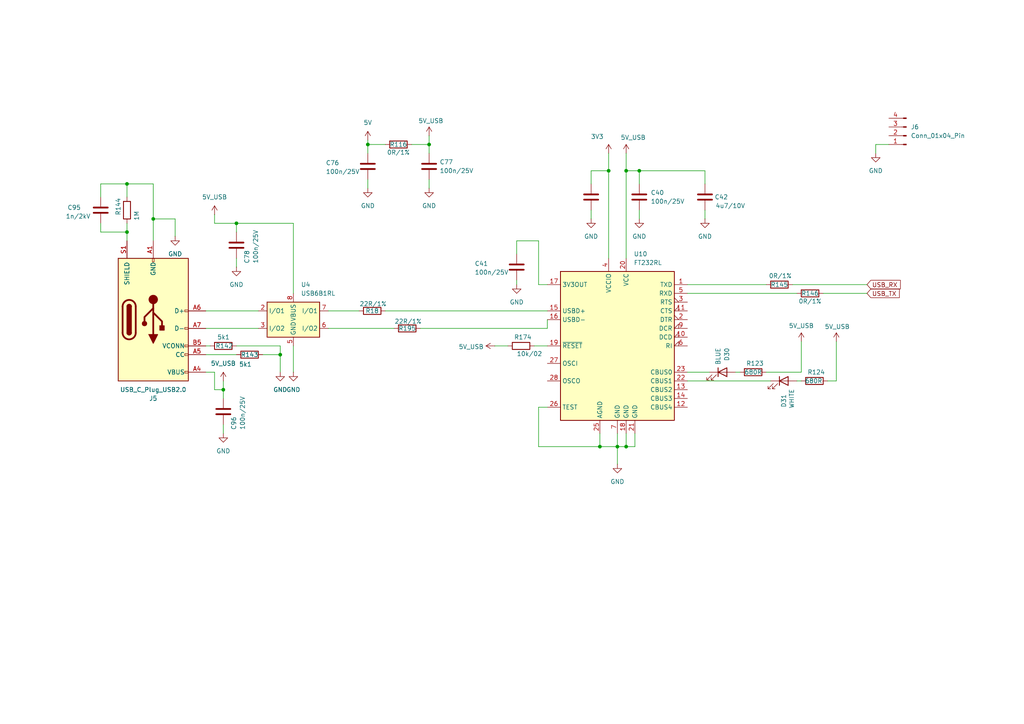
<source format=kicad_sch>
(kicad_sch (version 20250114) (generator "eeschema") (generator_version "9.0")
  (paper "A4")
  (lib_symbols
    (symbol "Connector:Conn_01x04_Pin" (pin_names (offset 1.016) (hide yes))
      (property "Reference" "J" (at 0 5.08 0))
      (property "Value" "Conn_01x04_Pin" (at 0 -7.62 0))
      (symbol "Conn_01x04_Pin_1_1"
        (rectangle (start 0.8636 2.667) (end 0 2.413) (stroke (width 0.1524)) (fill (type outline)))
        (rectangle (start 0.8636 0.127) (end 0 -0.127) (stroke (width 0.1524)) (fill (type outline)))
        (rectangle (start 0.8636 -2.413) (end 0 -2.667) (stroke (width 0.1524)) (fill (type outline)))
        (rectangle (start 0.8636 -4.953) (end 0 -5.207) (stroke (width 0.1524)) (fill (type outline)))
        (polyline (pts (xy 1.27 2.54) (xy 0.8636 2.54)) (stroke (width 0.1524)))
        (polyline (pts (xy 1.27 0) (xy 0.8636 0)) (stroke (width 0.1524)))
        (polyline (pts (xy 1.27 -2.54) (xy 0.8636 -2.54)) (stroke (width 0.1524)))
        (polyline (pts (xy 1.27 -5.08) (xy 0.8636 -5.08)) (stroke (width 0.1524)))
        (pin passive line (at 5.08 2.54 180) (length 3.81) (name "Pin_1") (number "1"))
        (pin passive line (at 5.08 0 180) (length 3.81) (name "Pin_2") (number "2"))
        (pin passive line (at 5.08 -2.54 180) (length 3.81) (name "Pin_3") (number "3"))
        (pin passive line (at 5.08 -5.08 180) (length 3.81) (name "Pin_4") (number "4"))
      )
    )
    (symbol "Connector:USB_C_Plug_USB2.0" (pin_names (offset 1.016))
      (property "Reference" "P" (at -10.16 19.05 0))
      (property "Value" "USB_C_Plug_USB2.0" (at 12.7 19.05 0))
      (symbol "USB_C_Plug_USB2.0_0_0"
        (rectangle (start -0.254 -17.78) (end 0.254 -16.764))
        (rectangle (start 10.16 15.494) (end 9.144 14.986))
        (rectangle (start 10.16 10.414) (end 9.144 9.906))
        (rectangle (start 10.16 7.874) (end 9.144 7.366))
        (rectangle (start 10.16 2.794) (end 9.144 2.286))
        (rectangle (start 10.16 -2.286) (end 9.144 -2.794))
      )
      (symbol "USB_C_Plug_USB2.0_0_1"
        (rectangle (start -10.16 17.78) (end 10.16 -17.78) (stroke (width 0.254)) (fill (type background)))
        (polyline (pts (xy -8.89 -3.81) (xy -8.89 3.81)) (stroke (width 0.508)))
        (rectangle (start -7.62 -3.81) (end -6.35 3.81) (stroke (width 0.254)) (fill (type outline)))
        (arc (start -7.62 3.81) (mid -6.985 4.4423) (end -6.35 3.81) (stroke (width 0.254)))
        (arc (start -7.62 3.81) (mid -6.985 4.4423) (end -6.35 3.81) (stroke (width 0.254)) (fill (type outline)))
        (arc (start -8.89 3.81) (mid -6.985 5.7067) (end -5.08 3.81) (stroke (width 0.508)))
        (arc (start -5.08 -3.81) (mid -6.985 -5.7067) (end -8.89 -3.81) (stroke (width 0.508)))
        (arc (start -6.35 -3.81) (mid -6.985 -4.4423) (end -7.62 -3.81) (stroke (width 0.254)))
        (arc (start -6.35 -3.81) (mid -6.985 -4.4423) (end -7.62 -3.81) (stroke (width 0.254)) (fill (type outline)))
        (polyline (pts (xy -5.08 3.81) (xy -5.08 -3.81)) (stroke (width 0.508)))
        (circle (center -2.54 1.143) (radius 0.635) (stroke (width 0.254)) (fill (type outline)))
        (polyline (pts (xy -1.27 4.318) (xy 0 6.858) (xy 1.27 4.318) (xy -1.27 4.318)) (stroke (width 0.254)) (fill (type outline)))
        (polyline (pts (xy 0 -2.032) (xy 2.54 0.508) (xy 2.54 1.778)) (stroke (width 0.508)))
        (polyline (pts (xy 0 -3.302) (xy -2.54 -0.762) (xy -2.54 0.508)) (stroke (width 0.508)))
        (polyline (pts (xy 0 -5.842) (xy 0 4.318)) (stroke (width 0.508)))
        (circle (center 0 -5.842) (radius 1.27) (fill (type outline)))
        (rectangle (start 1.905 1.778) (end 3.175 3.048) (stroke (width 0.254)) (fill (type outline)))
      )
      (symbol "USB_C_Plug_USB2.0_1_1"
        (pin passive line (at -7.62 -22.86 90) (length 5.08) (name "SHIELD") (number "S1"))
        (pin passive line (at 0 -22.86 90) (length 5.08) (name "GND") (number "A1"))
        (pin passive line (at 0 -22.86 90) (length 5.08) (hide yes) (name "GND") (number "A12"))
        (pin passive line (at 0 -22.86 90) (length 5.08) (hide yes) (name "GND") (number "B1"))
        (pin passive line (at 0 -22.86 90) (length 5.08) (hide yes) (name "GND") (number "B12"))
        (pin passive line (at 15.24 15.24 180) (length 5.08) (name "VBUS") (number "A4"))
        (pin passive line (at 15.24 15.24 180) (length 5.08) (hide yes) (name "VBUS") (number "A9"))
        (pin passive line (at 15.24 15.24 180) (length 5.08) (hide yes) (name "VBUS") (number "B4"))
        (pin passive line (at 15.24 15.24 180) (length 5.08) (hide yes) (name "VBUS") (number "B9"))
        (pin bidirectional line (at 15.24 10.16 180) (length 5.08) (name "CC") (number "A5"))
        (pin bidirectional line (at 15.24 7.62 180) (length 5.08) (name "VCONN") (number "B5"))
        (pin bidirectional line (at 15.24 2.54 180) (length 5.08) (name "D-") (number "A7"))
        (pin bidirectional line (at 15.24 -2.54 180) (length 5.08) (name "D+") (number "A6"))
      )
    )
    (symbol "Device:C" (pin_numbers (hide yes)) (pin_names (offset 0.254))
      (property "Reference" "C" (at 0.635 2.54 0))
      (property "Value" "C" (at 0.635 -2.54 0))
      (symbol "C_0_1"
        (polyline (pts (xy -2.032 0.762) (xy 2.032 0.762)) (stroke (width 0.508)))
        (polyline (pts (xy -2.032 -0.762) (xy 2.032 -0.762)) (stroke (width 0.508)))
      )
      (symbol "C_1_1"
        (pin passive line (at 0 3.81 270) (length 2.794) (name "~") (number "1"))
        (pin passive line (at 0 -3.81 90) (length 2.794) (name "~") (number "2"))
      )
    )
    (symbol "Device:LED" (pin_numbers (hide yes)) (pin_names (offset 1.016) (hide yes))
      (property "Reference" "D" (at 0 2.54 0))
      (property "Value" "LED" (at 0 -2.54 0))
      (symbol "LED_0_1"
        (polyline (pts (xy -3.048 -0.762) (xy -4.572 -2.286) (xy -3.81 -2.286) (xy -4.572 -2.286) (xy -4.572 -1.524)))
        (polyline (pts (xy -1.778 -0.762) (xy -3.302 -2.286) (xy -2.54 -2.286) (xy -3.302 -2.286) (xy -3.302 -1.524)))
        (polyline (pts (xy -1.27 0) (xy 1.27 0)))
        (polyline (pts (xy -1.27 -1.27) (xy -1.27 1.27)) (stroke (width 0.254)))
        (polyline (pts (xy 1.27 -1.27) (xy 1.27 1.27) (xy -1.27 0) (xy 1.27 -1.27)) (stroke (width 0.254)))
      )
      (symbol "LED_1_1"
        (pin passive line (at -3.81 0 0) (length 2.54) (name "K") (number "1"))
        (pin passive line (at 3.81 0 180) (length 2.54) (name "A") (number "2"))
      )
    )
    (symbol "Device:R" (pin_numbers (hide yes)) (pin_names (offset 0))
      (property "Reference" "R" (at 2.032 0 90))
      (property "Value" "R" (at 0 0 90))
      (symbol "R_0_1"
        (rectangle (start -1.016 -2.54) (end 1.016 2.54) (stroke (width 0.254)))
      )
      (symbol "R_1_1"
        (pin passive line (at 0 3.81 270) (length 1.27) (name "~") (number "1"))
        (pin passive line (at 0 -3.81 90) (length 1.27) (name "~") (number "2"))
      )
    )
    (symbol "Interface_USB:FT232RL"
      (property "Reference" "U" (at -16.51 22.86 0))
      (property "Value" "FT232RL" (at 10.16 22.86 0))
      (symbol "FT232RL_0_1"
        (rectangle (start -16.51 21.59) (end 16.51 -21.59) (stroke (width 0.254)) (fill (type background)))
      )
      (symbol "FT232RL_1_1"
        (pin power_out line (at -20.32 17.78 0) (length 3.81) (name "3V3OUT") (number "17"))
        (pin bidirectional line (at -20.32 10.16 0) (length 3.81) (name "USBD+") (number "15"))
        (pin bidirectional line (at -20.32 7.62 0) (length 3.81) (name "USBD-") (number "16"))
        (pin input line (at -20.32 0 0) (length 3.81) (name "~{RESET}") (number "19"))
        (pin input line (at -20.32 -5.08 0) (length 3.81) (name "OSCI") (number "27"))
        (pin output line (at -20.32 -10.16 0) (length 3.81) (name "OSCO") (number "28"))
        (pin input line (at -20.32 -17.78 0) (length 3.81) (name "TEST") (number "26"))
        (pin power_in line (at -5.08 -25.4 90) (length 3.81) (name "AGND") (number "25"))
        (pin power_in line (at -2.54 25.4 270) (length 3.81) (name "VCCIO") (number "4"))
        (pin power_in line (at 0 -25.4 90) (length 3.81) (name "GND") (number "7"))
        (pin power_in line (at 2.54 25.4 270) (length 3.81) (name "VCC") (number "20"))
        (pin power_in line (at 2.54 -25.4 90) (length 3.81) (name "GND") (number "18"))
        (pin power_in line (at 5.08 -25.4 90) (length 3.81) (name "GND") (number "21"))
        (pin output line (at 20.32 17.78 180) (length 3.81) (name "TXD") (number "1"))
        (pin input line (at 20.32 15.24 180) (length 3.81) (name "RXD") (number "5"))
        (pin output output_low (at 20.32 12.7 180) (length 3.81) (name "RTS") (number "3"))
        (pin input input_low (at 20.32 10.16 180) (length 3.81) (name "CTS") (number "11"))
        (pin output output_low (at 20.32 7.62 180) (length 3.81) (name "DTR") (number "2"))
        (pin input input_low (at 20.32 5.08 180) (length 3.81) (name "DCR") (number "9"))
        (pin input input_low (at 20.32 2.54 180) (length 3.81) (name "DCD") (number "10"))
        (pin input input_low (at 20.32 0 180) (length 3.81) (name "RI") (number "6"))
        (pin bidirectional line (at 20.32 -7.62 180) (length 3.81) (name "CBUS0") (number "23"))
        (pin bidirectional line (at 20.32 -10.16 180) (length 3.81) (name "CBUS1") (number "22"))
        (pin bidirectional line (at 20.32 -12.7 180) (length 3.81) (name "CBUS2") (number "13"))
        (pin bidirectional line (at 20.32 -15.24 180) (length 3.81) (name "CBUS3") (number "14"))
        (pin bidirectional line (at 20.32 -17.78 180) (length 3.81) (name "CBUS4") (number "12"))
      )
    )
    (symbol "Power_Protection:USB6B1"
      (property "Reference" "U" (at 6.35 6.35 0))
      (property "Value" "USB6B1" (at 5.08 -6.35 0))
      (symbol "USB6B1_0_1"
        (rectangle (start -7.62 -5.08) (end 7.62 5.08) (stroke (width 0.254)) (fill (type background)))
      )
      (symbol "USB6B1_1_1"
        (pin passive line (at -10.16 2.54 0) (length 2.54) (name "I/O1") (number "2"))
        (pin passive line (at -10.16 -2.54 0) (length 2.54) (name "I/O2") (number "3"))
        (pin passive line (at 0 7.62 270) (length 2.54) (hide yes) (name "VBUS") (number "1"))
        (pin passive line (at 0 7.62 270) (length 2.54) (name "VBUS") (number "8"))
        (pin passive line (at 0 -7.62 90) (length 2.54) (hide yes) (name "GND") (number "4"))
        (pin passive line (at 0 -7.62 90) (length 2.54) (name "GND") (number "5"))
        (pin passive line (at 10.16 2.54 180) (length 2.54) (name "I/O1") (number "7"))
        (pin passive line (at 10.16 -2.54 180) (length 2.54) (name "I/O2") (number "6"))
      )
    )
    (symbol "power:GND" (power) (pin_numbers (hide yes)) (pin_names (offset 0) (hide yes))
      (property "Value" "GND" (at 0 -3.81 0))
      (symbol "GND_0_1"
        (polyline (pts (xy 0 0) (xy 0 -1.27) (xy 1.27 -1.27) (xy 0 -2.54) (xy -1.27 -1.27) (xy 0 -1.27)))
      )
      (symbol "GND_1_1"
        (pin power_in line (at 0 0 270) (length 0) (name "~") (number "1"))
      )
    )
    (symbol "power:VCC" (power) (pin_numbers (hide yes)) (pin_names (offset 0) (hide yes))
      (property "Value" "VCC" (at 0 3.556 0))
      (symbol "VCC_0_1"
        (polyline (pts (xy -0.762 1.27) (xy 0 2.54)))
        (polyline (pts (xy 0 2.54) (xy 0.762 1.27)))
        (polyline (pts (xy 0 0) (xy 0 2.54)))
      )
      (symbol "VCC_1_1"
        (pin power_in line (at 0 0 90) (length 0) (name "~") (number "1"))
      )
    )
  )
  (junction (at 81.28 102.87))
  (junction (at 44.45 63.5))
  (junction (at 106.68 41.91))
  (junction (at 173.99 129.54))
  (junction (at 185.42 49.53))
  (junction (at 68.58 64.77))
  (junction (at 36.83 53.34))
  (junction (at 181.61 49.53))
  (junction (at 179.07 129.54))
  (junction (at 124.46 41.91))
  (junction (at 36.83 67.31))
  (junction (at 64.77 113.03))
  (junction (at 181.61 129.54))
  (junction (at 176.53 49.53))
  (wire (pts (xy 242.57 110.49) (xy 242.57 99.06)))
  (wire (pts (xy 124.46 52.07) (xy 124.46 54.61)))
  (wire (pts (xy 50.8 63.5) (xy 50.8 68.58)))
  (wire (pts (xy 222.25 107.95) (xy 232.41 107.95)))
  (wire (pts (xy 240.03 110.49) (xy 242.57 110.49)))
  (wire (pts (xy 62.23 64.77) (xy 68.58 64.77)))
  (wire (pts (xy 143.51 100.33) (xy 147.32 100.33)))
  (wire (pts (xy 81.28 100.33) (xy 81.28 102.87)))
  (wire (pts (xy 173.99 125.73) (xy 173.99 129.54)))
  (wire (pts (xy 199.39 107.95) (xy 205.74 107.95)))
  (wire (pts (xy 156.21 69.85) (xy 149.86 69.85)))
  (wire (pts (xy 29.21 57.15) (xy 29.21 53.34)))
  (wire (pts (xy 176.53 44.45) (xy 176.53 49.53)))
  (wire (pts (xy 76.2 102.87) (xy 81.28 102.87)))
  (wire (pts (xy 36.83 64.77) (xy 36.83 67.31)))
  (wire (pts (xy 179.07 129.54) (xy 181.61 129.54)))
  (wire (pts (xy 204.47 53.34) (xy 204.47 49.53)))
  (wire (pts (xy 181.61 129.54) (xy 184.15 129.54)))
  (wire (pts (xy 254 41.91) (xy 254 44.45)))
  (wire (pts (xy 62.23 62.23) (xy 62.23 64.77)))
  (wire (pts (xy 59.69 95.25) (xy 74.93 95.25)))
  (wire (pts (xy 214.63 107.95) (xy 213.36 107.95)))
  (wire (pts (xy 29.21 67.31) (xy 36.83 67.31)))
  (wire (pts (xy 176.53 74.93) (xy 176.53 49.53)))
  (wire (pts (xy 119.38 41.91) (xy 124.46 41.91)))
  (wire (pts (xy 232.41 99.06) (xy 232.41 107.95)))
  (wire (pts (xy 171.45 60.96) (xy 171.45 63.5)))
  (wire (pts (xy 124.46 41.91) (xy 124.46 44.45)))
  (wire (pts (xy 229.87 82.55) (xy 251.46 82.55)))
  (wire (pts (xy 59.69 107.95) (xy 62.23 107.95)))
  (wire (pts (xy 29.21 53.34) (xy 36.83 53.34)))
  (wire (pts (xy 85.09 64.77) (xy 68.58 64.77)))
  (wire (pts (xy 81.28 102.87) (xy 81.28 107.95)))
  (wire (pts (xy 29.21 64.77) (xy 29.21 67.31)))
  (wire (pts (xy 158.75 82.55) (xy 156.21 82.55)))
  (wire (pts (xy 59.69 102.87) (xy 68.58 102.87)))
  (wire (pts (xy 64.77 123.19) (xy 64.77 125.73)))
  (wire (pts (xy 156.21 129.54) (xy 173.99 129.54)))
  (wire (pts (xy 176.53 49.53) (xy 171.45 49.53)))
  (wire (pts (xy 59.69 100.33) (xy 60.96 100.33)))
  (wire (pts (xy 199.39 85.09) (xy 231.14 85.09)))
  (wire (pts (xy 179.07 125.73) (xy 179.07 129.54)))
  (wire (pts (xy 68.58 100.33) (xy 81.28 100.33)))
  (wire (pts (xy 111.76 41.91) (xy 106.68 41.91)))
  (wire (pts (xy 36.83 53.34) (xy 44.45 53.34)))
  (wire (pts (xy 44.45 69.85) (xy 44.45 63.5)))
  (wire (pts (xy 121.92 95.25) (xy 158.75 95.25)))
  (wire (pts (xy 68.58 74.93) (xy 68.58 77.47)))
  (wire (pts (xy 199.39 82.55) (xy 222.25 82.55)))
  (wire (pts (xy 199.39 110.49) (xy 223.52 110.49)))
  (wire (pts (xy 171.45 49.53) (xy 171.45 53.34)))
  (wire (pts (xy 95.25 95.25) (xy 114.3 95.25)))
  (wire (pts (xy 173.99 129.54) (xy 179.07 129.54)))
  (wire (pts (xy 156.21 82.55) (xy 156.21 69.85)))
  (wire (pts (xy 181.61 44.45) (xy 181.61 49.53)))
  (wire (pts (xy 85.09 100.33) (xy 85.09 107.95)))
  (wire (pts (xy 179.07 129.54) (xy 179.07 134.62)))
  (wire (pts (xy 106.68 52.07) (xy 106.68 54.61)))
  (wire (pts (xy 204.47 49.53) (xy 185.42 49.53)))
  (wire (pts (xy 204.47 60.96) (xy 204.47 63.5)))
  (wire (pts (xy 44.45 53.34) (xy 44.45 63.5)))
  (wire (pts (xy 106.68 40.64) (xy 106.68 41.91)))
  (wire (pts (xy 149.86 82.55) (xy 149.86 81.28)))
  (wire (pts (xy 185.42 49.53) (xy 185.42 53.34)))
  (wire (pts (xy 232.41 110.49) (xy 231.14 110.49)))
  (wire (pts (xy 44.45 63.5) (xy 50.8 63.5)))
  (wire (pts (xy 68.58 64.77) (xy 68.58 67.31)))
  (wire (pts (xy 149.86 69.85) (xy 149.86 73.66)))
  (wire (pts (xy 185.42 60.96) (xy 185.42 63.5)))
  (wire (pts (xy 158.75 118.11) (xy 156.21 118.11)))
  (wire (pts (xy 181.61 49.53) (xy 185.42 49.53)))
  (wire (pts (xy 124.46 39.37) (xy 124.46 41.91)))
  (wire (pts (xy 154.94 100.33) (xy 158.75 100.33)))
  (wire (pts (xy 59.69 90.17) (xy 74.93 90.17)))
  (wire (pts (xy 62.23 113.03) (xy 64.77 113.03)))
  (wire (pts (xy 85.09 85.09) (xy 85.09 64.77)))
  (wire (pts (xy 36.83 67.31) (xy 36.83 69.85)))
  (wire (pts (xy 64.77 113.03) (xy 64.77 115.57)))
  (wire (pts (xy 95.25 90.17) (xy 104.14 90.17)))
  (wire (pts (xy 181.61 125.73) (xy 181.61 129.54)))
  (wire (pts (xy 106.68 41.91) (xy 106.68 44.45)))
  (wire (pts (xy 238.76 85.09) (xy 251.46 85.09)))
  (wire (pts (xy 184.15 129.54) (xy 184.15 125.73)))
  (wire (pts (xy 158.75 95.25) (xy 158.75 92.71)))
  (wire (pts (xy 181.61 74.93) (xy 181.61 49.53)))
  (wire (pts (xy 111.76 90.17) (xy 158.75 90.17)))
  (wire (pts (xy 36.83 53.34) (xy 36.83 57.15)))
  (wire (pts (xy 156.21 118.11) (xy 156.21 129.54)))
  (wire (pts (xy 64.77 110.49) (xy 64.77 113.03)))
  (wire (pts (xy 62.23 107.95) (xy 62.23 113.03)))
  (wire (pts (xy 257.81 41.91) (xy 254 41.91)))
  (global_label "USB_TX" (shape input) (at 251.46 85.09 0) (property "Intersheetrefs" "${INTERSHEET_REFS}" (effects (hide yes))))
  (global_label "USB_RX" (shape input) (at 251.46 82.55 0) (property "Intersheetrefs" "${INTERSHEET_REFS}" (effects (hide yes))))
  (symbol (lib_id "Device:R") (at 115.57 41.91 90) (unit 1)
    (property "Reference" "R116" (at 115.57 41.91 90))
    (property "Value" "0R/1%" (at 115.57 44.196 90))
    (property "Footprint" "Resistor_SMD:R_0603_1608Metric" (effects (hide yes)))
    (property "Description" "Resistor" (effects (hide yes)))
    (property "JLC_PN" "C21189" (effects (hide yes)))
    (instances (project "HilBox" (path "" (reference "R116") (unit 1)) (path "" (reference "R19") (unit 1))))
  )
  (symbol (lib_id "Device:C") (at 124.46 48.26 0) (unit 1)
    (property "Reference" "C77" (at 127.508 46.99 0) (effects (justify left)))
    (property "Value" "100n/25V" (at 127.508 49.53 0) (effects (justify left)))
    (property "Footprint" "Capacitor_SMD:C_0402_1005Metric" (effects (hide yes)))
    (property "Description" "Unpolarized capacitor" (effects (hide yes)))
    (property "JLC_PN" "C77014" (effects (hide yes)))
    (instances (project "HilBox" (path "" (reference "C77") (unit 1)) (path "" (reference "C17") (unit 1))))
  )
  (symbol (lib_id "Device:R") (at 234.95 85.09 90) (unit 1)
    (property "Reference" "R146" (at 234.95 85.09 90))
    (property "Value" "0R/1%" (at 234.95 87.376 90))
    (property "Footprint" "Resistor_SMD:R_0603_1608Metric" (effects (hide yes)))
    (property "Description" "Resistor" (effects (hide yes)))
    (property "JLC_PN" "C21189" (effects (hide yes)))
    (instances (project "HilBox" (path "" (reference "R146") (unit 1)) (path "" (reference "R24") (unit 1))))
  )
  (symbol (lib_id "Device:C") (at 64.77 119.38 0) (unit 1)
    (property "Reference" "C96" (at 67.818 124.714 90) (effects (justify left)))
    (property "Value" "100n/25V" (at 70.358 124.714 90) (effects (justify left)))
    (property "Footprint" "Capacitor_SMD:C_0402_1005Metric" (effects (hide yes)))
    (property "Description" "Unpolarized capacitor" (effects (hide yes)))
    (property "JLC_PN" "C77014" (effects (hide yes)))
    (instances (project "HilBox" (path "" (reference "C96") (unit 1)) (path "" (reference "C14") (unit 1))))
  )
  (symbol (lib_id "Device:LED") (at 209.55 107.95 0) (unit 1)
    (property "Reference" "D30" (at 210.82 100.838 90) (effects (justify right)))
    (property "Value" "BLUE" (at 208.28 100.838 90) (effects (justify right)))
    (property "Footprint" "LED_SMD:LED_0603_1608Metric" (effects (hide yes)))
    (property "Description" "Light emitting diode" (effects (hide yes)))
    (property "JLC_PN" "C2288" (effects (hide yes)))
    (instances (project "HilBox" (path "" (reference "D30") (unit 1)) (path "" (reference "D5") (unit 1))))
  )
  (symbol (lib_id "power:VCC") (at 232.41 99.06 0) (unit 1)
    (property "Reference" "#PWR0220" (effects (hide yes)))
    (property "Value" "5V_USB" (at 232.41 94.488 0))
    (property "Description" "Power symbol creates a global label with name \"VCC\"" (effects (hide yes)))
    (instances (project "HilBox" (path "" (reference "#PWR0220") (unit 1)) (path "" (reference "#PWR060") (unit 1))))
  )
  (symbol (lib_id "power:VCC") (at 181.61 44.45 0) (unit 1)
    (property "Reference" "#PWR0149" (effects (hide yes)))
    (property "Value" "5V_USB" (at 183.642 39.878 0))
    (property "Description" "Power symbol creates a global label with name \"VCC\"" (effects (hide yes)))
    (instances (project "HilBox" (path "" (reference "#PWR0149") (unit 1)) (path "" (reference "#PWR057") (unit 1))))
  )
  (symbol (lib_id "Device:C") (at 185.42 57.15 0) (unit 1)
    (property "Reference" "C40" (at 188.722 55.88 0) (effects (justify left)))
    (property "Value" "100n/25V" (at 188.722 58.42 0) (effects (justify left)))
    (property "Footprint" "Capacitor_SMD:C_0402_1005Metric" (effects (hide yes)))
    (property "Description" "Unpolarized capacitor" (effects (hide yes)))
    (property "JLC_PN" "C77014" (effects (hide yes)))
    (instances (project "HilBox" (path "" (reference "C40") (unit 1)) (path "" (reference "C20") (unit 1))))
  )
  (symbol (lib_id "Device:R") (at 118.11 95.25 90) (unit 1)
    (property "Reference" "R195" (at 118.11 95.25 90))
    (property "Value" "22R/1%" (at 118.364 93.218 90))
    (property "Footprint" "Resistor_SMD:R_0402_1005Metric" (effects (hide yes)))
    (property "Description" "Resistor" (effects (hide yes)))
    (property "JLC_PN" "C25092" (effects (hide yes)))
    (instances (project "HilBox" (path "" (reference "R195") (unit 1)) (path "" (reference "R20") (unit 1))))
  )
  (symbol (lib_id "Device:R") (at 151.13 100.33 270) (unit 1)
    (property "Reference" "R174" (at 149.098 97.79 90) (effects (justify left)))
    (property "Value" "10k/02" (at 149.86 102.616 90) (effects (justify left)))
    (property "Footprint" "Resistor_SMD:R_0402_1005Metric" (effects (hide yes)))
    (property "Description" "Resistor" (effects (hide yes)))
    (property "JLC_PN" "C25531" (effects (hide yes)))
    (instances (project "HilBox" (path "" (reference "R174") (unit 1)) (path "" (reference "R21") (unit 1))))
  )
  (symbol (lib_id "Device:C") (at 171.45 57.15 0) (unit 1)
    (property "Reference" "C39" (effects (hide yes)))
    (property "Value" "100n/25V" (effects (hide yes)))
    (property "Footprint" "Capacitor_SMD:C_0402_1005Metric" (effects (hide yes)))
    (property "Description" "Unpolarized capacitor" (effects (hide yes)))
    (property "JLC_PN" "C77014" (effects (hide yes)))
    (instances (project "HilBox" (path "" (reference "C39") (unit 1)) (path "" (reference "C19") (unit 1))))
  )
  (symbol (lib_id "Interface_USB:FT232RL") (at 179.07 100.33 0) (unit 1)
    (property "Reference" "U10" (at 183.8041 73.66 0) (effects (justify left)))
    (property "Value" "FT232RL" (at 183.8041 76.2 0) (effects (justify left)))
    (property "Footprint" "Package_SO:SSOP-28_5.3x10.2mm_P0.65mm" (effects (hide yes)))
    (property "Datasheet" "https://www.ftdichip.com/Support/Documents/DataSheets/ICs/DS_FT232R.pdf" (effects (hide yes)))
    (property "Description" "USB to Serial Interface, SSOP-28" (effects (hide yes)))
    (property "JLC_PN" "C5246810" (effects (hide yes)))
  )
  (symbol (lib_id "power:GND") (at 124.46 54.61 0) (unit 1)
    (property "Reference" "#PWR0219" (effects (hide yes)))
    (property "Value" "GND" (at 124.46 59.69 0))
    (property "Description" "Power symbol creates a global label with name \"GND\" , ground" (effects (hide yes)))
    (instances (project "HilBox" (path "" (reference "#PWR0219") (unit 1)) (path "" (reference "#PWR051") (unit 1))))
  )
  (symbol (lib_id "Device:R") (at 64.77 100.33 270) (unit 1)
    (property "Reference" "R142" (at 62.484 100.33 90) (effects (justify left)))
    (property "Value" "5k1" (at 62.992 97.79 90) (effects (justify left)))
    (property "Footprint" "Resistor_SMD:R_0603_1608Metric" (effects (hide yes)))
    (property "Description" "Resistor" (effects (hide yes)))
    (property "JLC_PN" "C23162" (effects (hide yes)))
    (instances (project "HilBox" (path "" (reference "R142") (unit 1)) (path "" (reference "R16") (unit 1))))
  )
  (symbol (lib_id "Device:R") (at 236.22 110.49 270) (unit 1)
    (property "Reference" "R124" (at 234.188 107.95 90) (effects (justify left)))
    (property "Value" "680R" (at 233.426 110.49 90) (effects (justify left)))
    (property "Footprint" "Resistor_SMD:R_0603_1608Metric" (effects (hide yes)))
    (property "Description" "Resistor" (effects (hide yes)))
    (property "JLC_PN" "C25177" (effects (hide yes)))
    (instances (project "HilBox" (path "" (reference "R124") (unit 1)) (path "" (reference "R25") (unit 1))))
  )
  (symbol (lib_id "power:GND") (at 171.45 63.5 0) (unit 1)
    (property "Reference" "#PWR0146" (effects (hide yes)))
    (property "Value" "GND" (at 171.45 68.58 0))
    (property "Description" "Power symbol creates a global label with name \"GND\" , ground" (effects (hide yes)))
    (instances (project "HilBox" (path "" (reference "#PWR0146") (unit 1)) (path "" (reference "#PWR054") (unit 1))))
  )
  (symbol (lib_id "Device:C") (at 68.58 71.12 0) (unit 1)
    (property "Reference" "C78" (at 71.628 76.454 90) (effects (justify left)))
    (property "Value" "100n/25V" (at 74.168 76.454 90) (effects (justify left)))
    (property "Footprint" "Capacitor_SMD:C_0402_1005Metric" (effects (hide yes)))
    (property "Description" "Unpolarized capacitor" (effects (hide yes)))
    (property "JLC_PN" "C77014" (effects (hide yes)))
    (instances (project "HilBox" (path "" (reference "C78") (unit 1)) (path "" (reference "C15") (unit 1))))
  )
  (symbol (lib_id "Power_Protection:USB6B1") (at 85.09 92.71 0) (unit 1)
    (property "Reference" "U4" (at 87.2841 82.55 0) (effects (justify left)))
    (property "Value" "USB6B1RL" (at 87.2841 85.09 0) (effects (justify left)))
    (property "Footprint" "Package_SO:SOIC-8_3.9x4.9mm_P1.27mm" (effects (hide yes)))
    (property "Datasheet" "http://www.st.com/content/ccc/resource/technical/document/datasheet/3e/ec/b2/54/b2/76/47/90/CD00001361.pdf/files/CD00001361.pdf/jcr:content/translations/en.CD00001361.pdf" (effects (hide yes)))
    (property "Description" "5V Data line protection" (effects (hide yes)))
  )
  (symbol (lib_id "power:VCC") (at 176.53 44.45 0) (unit 1)
    (property "Reference" "#PWR0148" (effects (hide yes)))
    (property "Value" "3V3" (at 173.228 39.624 0))
    (property "Description" "Power symbol creates a global label with name \"VCC\"" (effects (hide yes)))
    (instances (project "HilBox" (path "" (reference "#PWR0148") (unit 1)) (path "" (reference "#PWR055") (unit 1))))
  )
  (symbol (lib_id "Device:R") (at 36.83 60.96 0) (unit 1)
    (property "Reference" "R144" (at 34.29 62.484 90) (effects (justify left)))
    (property "Value" "1M" (at 39.624 64.008 90) (effects (justify left)))
    (property "Footprint" "Resistor_SMD:R_0603_1608Metric" (effects (hide yes)))
    (property "Description" "Resistor" (effects (hide yes)))
    (property "JLC_PN" "C22935" (effects (hide yes)))
    (instances (project "HilBox" (path "" (reference "R144") (unit 1)) (path "" (reference "R15") (unit 1))))
  )
  (symbol (lib_id "power:GND") (at 185.42 63.5 0) (unit 1)
    (property "Reference" "#PWR0147" (effects (hide yes)))
    (property "Value" "GND" (at 185.42 68.58 0))
    (property "Description" "Power symbol creates a global label with name \"GND\" , ground" (effects (hide yes)))
    (instances (project "HilBox" (path "" (reference "#PWR0147") (unit 1)) (path "" (reference "#PWR058") (unit 1))))
  )
  (symbol (lib_id "power:VCC") (at 143.51 100.33 90) (unit 1)
    (property "Reference" "#PWR0303" (effects (hide yes)))
    (property "Value" "5V_USB" (at 136.652 100.584 90))
    (property "Description" "Power symbol creates a global label with name \"VCC\"" (effects (hide yes)))
    (instances (project "HilBox" (path "" (reference "#PWR0303") (unit 1)) (path "" (reference "#PWR052") (unit 1))))
  )
  (symbol (lib_id "Connector:Conn_01x04_Pin") (at 262.89 39.37 180) (unit 1)
    (property "Reference" "J6" (at 264.16 36.8299 0) (effects (justify right)))
    (property "Value" "Conn_01x04_Pin" (at 264.16 39.3699 0) (effects (justify right)))
    (property "Description" "Generic connector, single row, 01x04, script generated" (effects (hide yes)))
    (instances (project "" (path "" (reference "J6") (unit 1)) (path "" (reference "J7") (unit 1))))
  )
  (symbol (lib_id "power:VCC") (at 106.68 40.64 0) (unit 1)
    (property "Reference" "#PWR0218" (effects (hide yes)))
    (property "Value" "5V" (at 106.68 35.56 0))
    (property "Description" "Power symbol creates a global label with name \"VCC\"" (effects (hide yes)))
    (instances (project "HilBox" (path "" (reference "#PWR0218") (unit 1)) (path "" (reference "#PWR048") (unit 1))))
  )
  (symbol (lib_id "power:GND") (at 50.8 68.58 0) (unit 1)
    (property "Reference" "#PWR0151" (effects (hide yes)))
    (property "Value" "GND" (at 50.8 73.66 0))
    (property "Description" "Power symbol creates a global label with name \"GND\" , ground" (effects (hide yes)))
    (instances (project "HilBox" (path "" (reference "#PWR0151") (unit 1)) (path "" (reference "#PWR01") (unit 1))))
  )
  (symbol (lib_id "power:GND") (at 64.77 125.73 0) (unit 1)
    (property "Reference" "#PWR0270" (effects (hide yes)))
    (property "Value" "GND" (at 64.77 130.81 0))
    (property "Description" "Power symbol creates a global label with name \"GND\" , ground" (effects (hide yes)))
    (instances (project "HilBox" (path "" (reference "#PWR0270") (unit 1)) (path "" (reference "#PWR044") (unit 1))))
  )
  (symbol (lib_id "power:GND") (at 254 44.45 0) (unit 1)
    (property "Reference" "#PWR062" (effects (hide yes)))
    (property "Value" "GND" (at 254 49.53 0))
    (property "Description" "Power symbol creates a global label with name \"GND\" , ground" (effects (hide yes)))
    (instances (project "HilBox" (path "" (reference "#PWR062") (unit 1)) (path "" (reference "#PWR063") (unit 1))))
  )
  (symbol (lib_id "Device:R") (at 107.95 90.17 90) (unit 1)
    (property "Reference" "R18" (at 107.95 90.17 90))
    (property "Value" "22R/1%" (at 108.204 88.138 90))
    (property "Footprint" "Resistor_SMD:R_0402_1005Metric" (effects (hide yes)))
    (property "Description" "Resistor" (effects (hide yes)))
    (property "JLC_PN" "C25092" (effects (hide yes)))
  )
  (symbol (lib_id "Device:R") (at 226.06 82.55 90) (unit 1)
    (property "Reference" "R145" (at 226.06 82.55 90))
    (property "Value" "0R/1%" (at 226.314 80.01 90))
    (property "Footprint" "Resistor_SMD:R_0603_1608Metric" (effects (hide yes)))
    (property "Description" "Resistor" (effects (hide yes)))
    (property "JLC_PN" "C21189" (effects (hide yes)))
    (instances (project "HilBox" (path "" (reference "R145") (unit 1)) (path "" (reference "R23") (unit 1))))
  )
  (symbol (lib_id "Device:R") (at 218.44 107.95 270) (unit 1)
    (property "Reference" "R123" (at 216.408 105.41 90) (effects (justify left)))
    (property "Value" "680R" (at 215.9 107.95 90) (effects (justify left)))
    (property "Footprint" "Resistor_SMD:R_0603_1608Metric" (effects (hide yes)))
    (property "Description" "Resistor" (effects (hide yes)))
    (property "JLC_PN" "C25177" (effects (hide yes)))
    (instances (project "HilBox" (path "" (reference "R123") (unit 1)) (path "" (reference "R22") (unit 1))))
  )
  (symbol (lib_id "power:GND") (at 81.28 107.95 0) (unit 1)
    (property "Reference" "#PWR0271" (effects (hide yes)))
    (property "Value" "GND" (at 81.28 113.03 0))
    (property "Description" "Power symbol creates a global label with name \"GND\" , ground" (effects (hide yes)))
    (instances (project "HilBox" (path "" (reference "#PWR0271") (unit 1)) (path "" (reference "#PWR046") (unit 1))))
  )
  (symbol (lib_id "power:GND") (at 68.58 77.47 0) (unit 1)
    (property "Reference" "#PWR0222" (effects (hide yes)))
    (property "Value" "GND" (at 68.58 82.55 0))
    (property "Description" "Power symbol creates a global label with name \"GND\" , ground" (effects (hide yes)))
    (instances (project "HilBox" (path "" (reference "#PWR0222") (unit 1)) (path "" (reference "#PWR045") (unit 1))))
  )
  (symbol (lib_id "Device:R") (at 72.39 102.87 270) (unit 1)
    (property "Reference" "R143" (at 69.85 102.87 90) (effects (justify left)))
    (property "Value" "5k1" (at 69.342 105.664 90) (effects (justify left)))
    (property "Footprint" "Resistor_SMD:R_0603_1608Metric" (effects (hide yes)))
    (property "Description" "Resistor" (effects (hide yes)))
    (property "JLC_PN" "C23162" (effects (hide yes)))
    (instances (project "HilBox" (path "" (reference "R143") (unit 1)) (path "" (reference "R17") (unit 1))))
  )
  (symbol (lib_id "Device:LED") (at 227.33 110.49 0) (unit 1)
    (property "Reference" "D31" (at 227.33 114.3 90) (effects (justify right)))
    (property "Value" "WHITE" (at 229.616 112.776 90) (effects (justify right)))
    (property "Footprint" "LED_SMD:LED_0603_1608Metric" (effects (hide yes)))
    (property "Description" "Light emitting diode" (effects (hide yes)))
    (property "JLC_PN" " C2290" (effects (hide yes)))
    (instances (project "HilBox" (path "" (reference "D31") (unit 1)) (path "" (reference "D6") (unit 1))))
  )
  (symbol (lib_id "power:GND") (at 106.68 54.61 0) (unit 1)
    (property "Reference" "#PWR0217" (effects (hide yes)))
    (property "Value" "GND" (at 106.68 59.69 0))
    (property "Description" "Power symbol creates a global label with name \"GND\" , ground" (effects (hide yes)))
    (instances (project "HilBox" (path "" (reference "#PWR0217") (unit 1)) (path "" (reference "#PWR049") (unit 1))))
  )
  (symbol (lib_id "power:VCC") (at 64.77 110.49 0) (unit 1)
    (property "Reference" "#PWR0269" (effects (hide yes)))
    (property "Value" "5V_USB" (at 64.77 105.41 0))
    (property "Description" "Power symbol creates a global label with name \"VCC\"" (effects (hide yes)))
    (instances (project "HilBox" (path "" (reference "#PWR0269") (unit 1)) (path "" (reference "#PWR043") (unit 1))))
  )
  (symbol (lib_id "power:GND") (at 85.09 107.95 0) (unit 1)
    (property "Reference" "#PWR0216" (effects (hide yes)))
    (property "Value" "GND" (at 85.09 113.03 0))
    (property "Description" "Power symbol creates a global label with name \"GND\" , ground" (effects (hide yes)))
    (instances (project "HilBox" (path "" (reference "#PWR0216") (unit 1)) (path "" (reference "#PWR047") (unit 1))))
  )
  (symbol (lib_id "Device:C") (at 204.47 57.15 0) (unit 1)
    (property "Reference" "C42" (at 207.264 57.15 0) (effects (justify left)))
    (property "Value" "4u7/10V" (at 207.518 59.69 0) (effects (justify left)))
    (property "Footprint" "Capacitor_SMD:C_0402_1005Metric" (effects (hide yes)))
    (property "Description" "Unpolarized capacitor" (effects (hide yes)))
    (property "JLC_PN" "C23733 " (effects (hide yes)))
    (instances (project "HilBox" (path "" (reference "C42") (unit 1)) (path "" (reference "C21") (unit 1))))
  )
  (symbol (lib_id "Device:C") (at 149.86 77.47 0) (unit 1)
    (property "Reference" "C41" (at 137.668 76.454 0) (effects (justify left)))
    (property "Value" "100n/25V" (at 137.668 78.994 0) (effects (justify left)))
    (property "Footprint" "Capacitor_SMD:C_0402_1005Metric" (effects (hide yes)))
    (property "Description" "Unpolarized capacitor" (effects (hide yes)))
    (property "JLC_PN" "C77014" (effects (hide yes)))
    (instances (project "HilBox" (path "" (reference "C41") (unit 1)) (path "" (reference "C18") (unit 1))))
  )
  (symbol (lib_id "Device:C") (at 29.21 60.96 0) (unit 1)
    (property "Reference" "C95" (at 19.558 60.198 0) (effects (justify left)))
    (property "Value" "1n/2kV" (at 19.05 62.738 0) (effects (justify left)))
    (property "Footprint" "Capacitor_SMD:C_1206_3216Metric" (effects (hide yes)))
    (property "Description" "Unpolarized capacitor" (effects (hide yes)))
    (property "JLC_PN" "C23631" (effects (hide yes)))
    (instances (project "HilBox" (path "" (reference "C95") (unit 1)) (path "" (reference "C13") (unit 1))))
  )
  (symbol (lib_id "power:VCC") (at 242.57 99.06 0) (unit 1)
    (property "Reference" "#PWR0244" (effects (hide yes)))
    (property "Value" "5V_USB" (at 242.824 94.742 0))
    (property "Description" "Power symbol creates a global label with name \"VCC\"" (effects (hide yes)))
    (instances (project "HilBox" (path "" (reference "#PWR0244") (unit 1)) (path "" (reference "#PWR061") (unit 1))))
  )
  (symbol (lib_id "Device:C") (at 106.68 48.26 0) (unit 1)
    (property "Reference" "C76" (at 94.488 47.244 0) (effects (justify left)))
    (property "Value" "100n/25V" (at 94.488 49.784 0) (effects (justify left)))
    (property "Footprint" "Capacitor_SMD:C_0402_1005Metric" (effects (hide yes)))
    (property "Description" "Unpolarized capacitor" (effects (hide yes)))
    (property "JLC_PN" "C77014" (effects (hide yes)))
    (instances (project "HilBox" (path "" (reference "C76") (unit 1)) (path "" (reference "C16") (unit 1))))
  )
  (symbol (lib_id "power:VCC") (at 62.23 62.23 0) (unit 1)
    (property "Reference" "#PWR0221" (effects (hide yes)))
    (property "Value" "5V_USB" (at 62.23 57.15 0))
    (property "Description" "Power symbol creates a global label with name \"VCC\"" (effects (hide yes)))
    (instances (project "HilBox" (path "" (reference "#PWR0221") (unit 1)) (path "" (reference "#PWR02") (unit 1))))
  )
  (symbol (lib_id "power:GND") (at 204.47 63.5 0) (unit 1)
    (property "Reference" "#PWR0152" (effects (hide yes)))
    (property "Value" "GND" (at 204.47 68.58 0))
    (property "Description" "Power symbol creates a global label with name \"GND\" , ground" (effects (hide yes)))
    (instances (project "HilBox" (path "" (reference "#PWR0152") (unit 1)) (path "" (reference "#PWR059") (unit 1))))
  )
  (symbol (lib_id "Connector:USB_C_Plug_USB2.0") (at 44.45 92.71 0) (mirror x) (unit 1)
    (property "Reference" "J5" (at 44.45 115.57 0))
    (property "Value" "USB_C_Plug_USB2.0" (at 44.45 113.03 0))
    (property "Footprint" "Connector_USB:USB_C_Receptacle_GCT_USB4105-xx-A_16P_TopMnt_Horizontal" (effects (hide yes)))
    (property "Datasheet" "https://www.usb.org/sites/default/files/documents/usb_type-c.zip" (effects (hide yes)))
    (property "Description" "USB 2.0-only Type-C Plug connector" (effects (hide yes)))
    (property "JLC_PN" "C393939" (effects (hide yes)))
  )
  (symbol (lib_id "power:GND") (at 149.86 82.55 0) (unit 1)
    (property "Reference" "#PWR0150" (effects (hide yes)))
    (property "Value" "GND" (at 149.86 87.63 0))
    (property "Description" "Power symbol creates a global label with name \"GND\" , ground" (effects (hide yes)))
    (instances (project "HilBox" (path "" (reference "#PWR0150") (unit 1)) (path "" (reference "#PWR053") (unit 1))))
  )
  (symbol (lib_id "power:VCC") (at 124.46 39.37 0) (unit 1)
    (property "Reference" "#PWR0245" (effects (hide yes)))
    (property "Value" "5V_USB" (at 124.968 35.052 0))
    (property "Description" "Power symbol creates a global label with name \"VCC\"" (effects (hide yes)))
    (instances (project "HilBox" (path "" (reference "#PWR0245") (unit 1)) (path "" (reference "#PWR050") (unit 1))))
  )
  (symbol (lib_id "power:GND") (at 179.07 134.62 0) (unit 1)
    (property "Reference" "#PWR0145" (effects (hide yes)))
    (property "Value" "GND" (at 179.07 139.7 0))
    (property "Description" "Power symbol creates a global label with name \"GND\" , ground" (effects (hide yes)))
    (instances (project "HilBox" (path "" (reference "#PWR0145") (unit 1)) (path "" (reference "#PWR056") (unit 1))))
  )
)
</source>
